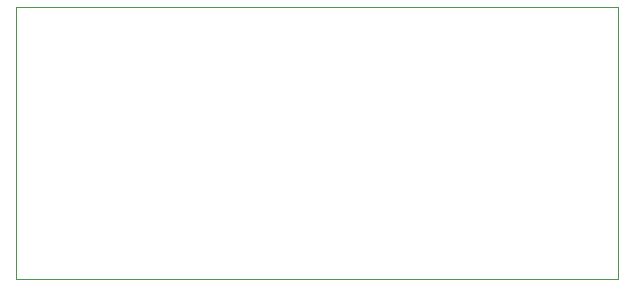
<source format=gbr>
%TF.GenerationSoftware,KiCad,Pcbnew,7.0.1-0*%
%TF.CreationDate,2024-01-09T13:00:13-05:00*%
%TF.ProjectId,nRF52_sandbox,6e524635-325f-4736-916e-64626f782e6b,rev?*%
%TF.SameCoordinates,Original*%
%TF.FileFunction,Profile,NP*%
%FSLAX46Y46*%
G04 Gerber Fmt 4.6, Leading zero omitted, Abs format (unit mm)*
G04 Created by KiCad (PCBNEW 7.0.1-0) date 2024-01-09 13:00:13*
%MOMM*%
%LPD*%
G01*
G04 APERTURE LIST*
%TA.AperFunction,Profile*%
%ADD10C,0.100000*%
%TD*%
G04 APERTURE END LIST*
D10*
X90000000Y-100000000D02*
X90000000Y-77000000D01*
X141000000Y-77000000D02*
X141000000Y-100000000D01*
X90000000Y-77000000D02*
X141000000Y-77000000D01*
X141000000Y-100000000D02*
X90000000Y-100000000D01*
M02*

</source>
